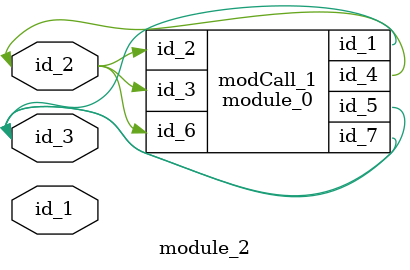
<source format=v>
module module_0 (
    id_1,
    id_2,
    id_3,
    id_4,
    id_5,
    id_6,
    id_7
);
  inout wire id_7;
  input wire id_6;
  output wire id_5;
  inout wire id_4;
  input wire id_3;
  input wire id_2;
  inout wire id_1;
  wire id_8;
endmodule
module module_1 ();
  wire id_1;
  module_0 modCall_1 (
      id_1,
      id_1,
      id_1,
      id_1,
      id_1,
      id_1,
      id_1
  );
endmodule
module module_2 (
    id_1,
    id_2,
    id_3
);
  inout wire id_3;
  inout wire id_2;
  inout wire id_1;
  assign id_1[1] = id_2;
  module_0 modCall_1 (
      id_3,
      id_2,
      id_2,
      id_2,
      id_3,
      id_2,
      id_3
  );
endmodule

</source>
